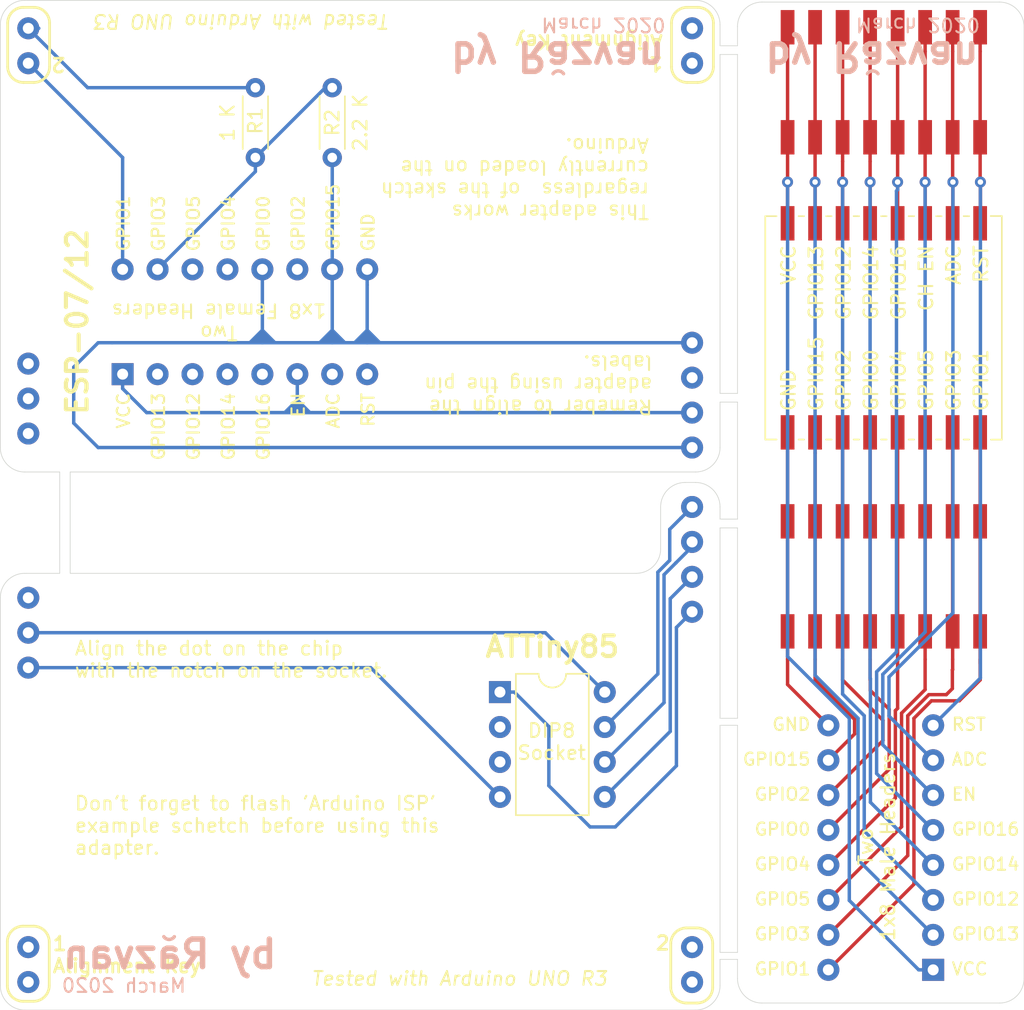
<source format=kicad_pcb>
(kicad_pcb (version 20171130) (host pcbnew "(5.1.5)-3")

  (general
    (thickness 1.6)
    (drawings 111)
    (tracks 194)
    (zones 0)
    (modules 8)
    (nets 28)
  )

  (page A4)
  (layers
    (0 F.Cu signal)
    (31 B.Cu signal)
    (32 B.Adhes user)
    (33 F.Adhes user)
    (34 B.Paste user)
    (35 F.Paste user)
    (36 B.SilkS user)
    (37 F.SilkS user)
    (38 B.Mask user)
    (39 F.Mask user)
    (40 Dwgs.User user)
    (41 Cmts.User user)
    (42 Eco1.User user)
    (43 Eco2.User user)
    (44 Edge.Cuts user)
    (45 Margin user)
    (46 B.CrtYd user)
    (47 F.CrtYd user)
    (48 B.Fab user)
    (49 F.Fab user)
  )

  (setup
    (last_trace_width 0.25)
    (trace_clearance 0.2)
    (zone_clearance 0.508)
    (zone_45_only no)
    (trace_min 0.2)
    (via_size 0.8)
    (via_drill 0.4)
    (via_min_size 0.4)
    (via_min_drill 0.3)
    (uvia_size 0.3)
    (uvia_drill 0.1)
    (uvias_allowed no)
    (uvia_min_size 0.2)
    (uvia_min_drill 0.1)
    (edge_width 0.05)
    (segment_width 0.2)
    (pcb_text_width 0.3)
    (pcb_text_size 1.5 1.5)
    (mod_edge_width 0.12)
    (mod_text_size 1 1)
    (mod_text_width 0.15)
    (pad_size 1.6 1.6)
    (pad_drill 0.8)
    (pad_to_mask_clearance 0.051)
    (solder_mask_min_width 0.25)
    (aux_axis_origin 0 0)
    (visible_elements 7FFFFF7F)
    (pcbplotparams
      (layerselection 0x010fc_ffffffff)
      (usegerberextensions false)
      (usegerberattributes false)
      (usegerberadvancedattributes false)
      (creategerberjobfile false)
      (excludeedgelayer true)
      (linewidth 0.100000)
      (plotframeref false)
      (viasonmask false)
      (mode 1)
      (useauxorigin false)
      (hpglpennumber 1)
      (hpglpenspeed 20)
      (hpglpendiameter 15.000000)
      (psnegative false)
      (psa4output false)
      (plotreference true)
      (plotvalue true)
      (plotinvisibletext false)
      (padsonsilk false)
      (subtractmaskfromsilk false)
      (outputformat 1)
      (mirror false)
      (drillshape 1)
      (scaleselection 1)
      (outputdirectory ""))
  )

  (net 0 "")
  (net 1 "Net-(A1-Pad16)")
  (net 2 "Net-(A1-Pad15)")
  (net 3 GND)
  (net 4 "Net-(A1-Pad4)")
  (net 5 "Net-(A2-Pad28)")
  (net 6 "Net-(A2-Pad27)")
  (net 7 "Net-(A2-Pad26)")
  (net 8 "Net-(A2-Pad25)")
  (net 9 "Net-(A2-Pad6)")
  (net 10 "Net-(A2-Pad5)")
  (net 11 "Net-(J1-Pad16)")
  (net 12 "Net-(J1-Pad1)")
  (net 13 "Net-(J1-Pad15)")
  (net 14 "Net-(J1-Pad2)")
  (net 15 "Net-(J1-Pad14)")
  (net 16 "Net-(J1-Pad3)")
  (net 17 "Net-(J1-Pad13)")
  (net 18 "Net-(J1-Pad4)")
  (net 19 "Net-(J1-Pad12)")
  (net 20 "Net-(J1-Pad5)")
  (net 21 "Net-(J1-Pad11)")
  (net 22 "Net-(J1-Pad6)")
  (net 23 "Net-(J1-Pad10)")
  (net 24 "Net-(J1-Pad7)")
  (net 25 "Net-(J1-Pad9)")
  (net 26 "Net-(J1-Pad8)")
  (net 27 "Net-(R1-Pad2)")

  (net_class Default "This is the default net class."
    (clearance 0.2)
    (trace_width 0.25)
    (via_dia 0.8)
    (via_drill 0.4)
    (uvia_dia 0.3)
    (uvia_drill 0.1)
    (add_net GND)
    (add_net "Net-(A1-Pad15)")
    (add_net "Net-(A1-Pad16)")
    (add_net "Net-(A1-Pad4)")
    (add_net "Net-(A2-Pad25)")
    (add_net "Net-(A2-Pad26)")
    (add_net "Net-(A2-Pad27)")
    (add_net "Net-(A2-Pad28)")
    (add_net "Net-(A2-Pad5)")
    (add_net "Net-(A2-Pad6)")
    (add_net "Net-(J1-Pad1)")
    (add_net "Net-(J1-Pad10)")
    (add_net "Net-(J1-Pad11)")
    (add_net "Net-(J1-Pad12)")
    (add_net "Net-(J1-Pad13)")
    (add_net "Net-(J1-Pad14)")
    (add_net "Net-(J1-Pad15)")
    (add_net "Net-(J1-Pad16)")
    (add_net "Net-(J1-Pad2)")
    (add_net "Net-(J1-Pad3)")
    (add_net "Net-(J1-Pad4)")
    (add_net "Net-(J1-Pad5)")
    (add_net "Net-(J1-Pad6)")
    (add_net "Net-(J1-Pad7)")
    (add_net "Net-(J1-Pad8)")
    (add_net "Net-(J1-Pad9)")
    (add_net "Net-(R1-Pad2)")
  )

  (module ArduinoUnoMultiProgrammerAdapters:ESP-07Socket (layer F.Cu) (tedit 5E6111D4) (tstamp 5E56485A)
    (at 161.8378 86.2936 270)
    (descr "Wi-Fi Module, http://wiki.ai-thinker.com/_media/esp8266/docs/a007ps01a2_esp-07_product_specification_v1.2.pdf")
    (tags "Wi-Fi Module")
    (path /5E55E49A/5E55E939)
    (attr smd)
    (fp_text reference U1 (at 0 -7.4295 90) (layer F.SilkS) hide
      (effects (font (size 1 1) (thickness 0.15)))
    )
    (fp_text value ESP-07 (at 0 11.7856 90) (layer F.Fab) hide
      (effects (font (size 1 1) (thickness 0.15)))
    )
    (fp_line (start 8.128 -6.477) (end -8.128 -6.477) (layer F.SilkS) (width 0.12))
    (fp_line (start 8.128 -5.6864) (end 8.128 -6.477) (layer F.SilkS) (width 0.12))
    (fp_line (start -8.128 -5.6642) (end -8.128 -6.477) (layer F.SilkS) (width 0.12))
    (fp_text user GPIO1 (at 3.81 -4.9675 90) (layer F.SilkS)
      (effects (font (size 1 1) (thickness 0.15)))
    )
    (fp_text user GPIO3 (at 3.81 -2.9675 90) (layer F.SilkS)
      (effects (font (size 1 1) (thickness 0.15)))
    )
    (fp_text user GPIO5 (at 3.81 -0.9675 90) (layer F.SilkS)
      (effects (font (size 1 1) (thickness 0.15)))
    )
    (fp_text user GPIO4 (at 3.81 1.0325 90) (layer F.SilkS)
      (effects (font (size 1 1) (thickness 0.15)))
    )
    (fp_text user GPIO0 (at 3.81 3.0325 90) (layer F.SilkS)
      (effects (font (size 1 1) (thickness 0.15)))
    )
    (fp_text user GPIO2 (at 3.81 5.0325 90) (layer F.SilkS)
      (effects (font (size 1 1) (thickness 0.15)))
    )
    (fp_text user GPIO15 (at 3.333809 7.0325 90) (layer F.SilkS)
      (effects (font (size 1 1) (thickness 0.15)))
    )
    (fp_text user GND (at 4.524285 9.0325 90) (layer F.SilkS)
      (effects (font (size 1 1) (thickness 0.15)))
    )
    (fp_text user VCC (at -4.564072 9.0325 90) (layer F.SilkS)
      (effects (font (size 1 1) (thickness 0.15)))
    )
    (fp_text user GPIO13 (at -3.278358 7.0325 90) (layer F.SilkS)
      (effects (font (size 1 1) (thickness 0.15)))
    )
    (fp_text user GPIO12 (at -3.278358 5.0325 90) (layer F.SilkS)
      (effects (font (size 1 1) (thickness 0.15)))
    )
    (fp_text user GPIO14 (at -3.278358 3.0325 90) (layer F.SilkS)
      (effects (font (size 1 1) (thickness 0.15)))
    )
    (fp_text user GPIO16 (at -3.278358 1.0325 90) (layer F.SilkS)
      (effects (font (size 1 1) (thickness 0.15)))
    )
    (fp_text user "CH EN" (at -3.611691 -0.9675 90) (layer F.SilkS)
      (effects (font (size 1 1) (thickness 0.15)))
    )
    (fp_text user ADC (at -4.564072 -2.9675 90) (layer F.SilkS)
      (effects (font (size 1 1) (thickness 0.15)))
    )
    (fp_text user RST (at -4.6355 -4.9675 90) (layer F.SilkS)
      (effects (font (size 1 1) (thickness 0.15)))
    )
    (fp_line (start -8.001 -6.35) (end 7.999 -6.35) (layer F.Fab) (width 0.1))
    (fp_line (start 8.001 -6.35) (end 8 10.6) (layer F.Fab) (width 0.1))
    (fp_line (start 8 10.6) (end -8 10.6) (layer F.Fab) (width 0.1))
    (fp_line (start -8 10.6) (end -8 -4.4) (layer F.Fab) (width 0.1))
    (fp_line (start -8 -4.65) (end -7.5 -5.15) (layer F.Fab) (width 0.1))
    (fp_line (start -7.5 -4.65) (end -8 -5.15) (layer F.Fab) (width 0.1))
    (fp_line (start -8 -5.4) (end -8.001 -6.35) (layer F.Fab) (width 0.1))
    (fp_line (start -9.0932 -6.604) (end 9.1068 -6.604) (layer F.CrtYd) (width 0.05))
    (fp_line (start 9.1068 -6.604) (end 9.1 10.85) (layer F.CrtYd) (width 0.05))
    (fp_line (start 9.1 10.85) (end -9.1 10.85) (layer F.CrtYd) (width 0.05))
    (fp_line (start -9.1 10.85) (end -9.0932 -6.604) (layer F.CrtYd) (width 0.05))
    (fp_line (start 8.12 9.9) (end 8.12 10.72) (layer F.SilkS) (width 0.12))
    (fp_line (start 8.12 10.72) (end -8.12 10.72) (layer F.SilkS) (width 0.12))
    (fp_line (start -8.12 10.72) (end -8.12 9.9) (layer F.SilkS) (width 0.12))
    (fp_line (start -8.12 8.3) (end -8.12 7.9) (layer F.SilkS) (width 0.12))
    (fp_line (start 8.12 8.3) (end 8.12 7.9) (layer F.SilkS) (width 0.12))
    (fp_line (start -8.12 6.3) (end -8.12 5.9) (layer F.SilkS) (width 0.12))
    (fp_line (start 8.12 6.3) (end 8.12 5.9) (layer F.SilkS) (width 0.12))
    (fp_line (start -8.12 4.3) (end -8.12 3.9) (layer F.SilkS) (width 0.12))
    (fp_line (start 8.12 4.3) (end 8.12 3.9) (layer F.SilkS) (width 0.12))
    (fp_line (start -8.12 2.3) (end -8.12 1.9) (layer F.SilkS) (width 0.12))
    (fp_line (start 8.12 2.3) (end 8.12 1.9) (layer F.SilkS) (width 0.12))
    (fp_line (start -8.12 0.3) (end -8.12 -0.1) (layer F.SilkS) (width 0.12))
    (fp_line (start 8.12 0.3) (end 8.12 -0.1) (layer F.SilkS) (width 0.12))
    (fp_line (start -8.12 -1.7) (end -8.12 -2.1) (layer F.SilkS) (width 0.12))
    (fp_line (start 8.12 -1.7) (end 8.12 -2.1) (layer F.SilkS) (width 0.12))
    (fp_line (start -8.12 -3.7) (end -8.12 -4.1) (layer F.SilkS) (width 0.12))
    (fp_line (start 8.12 -3.7) (end 8.12 -4.1) (layer F.SilkS) (width 0.12))
    (pad 10 smd rect (at 22.068 7.1 270) (size 2.5 1) (layers F.Cu F.Paste F.Mask)
      (net 23 "Net-(J1-Pad10)"))
    (pad 9 smd rect (at 22.068 9.1 270) (size 2.5 1) (layers F.Cu F.Paste F.Mask)
      (net 25 "Net-(J1-Pad9)"))
    (pad 11 smd rect (at 22.068 5.1 270) (size 2.5 1) (layers F.Cu F.Paste F.Mask)
      (net 21 "Net-(J1-Pad11)"))
    (pad 15 smd rect (at 22.068 -2.9 270) (size 2.5 1) (layers F.Cu F.Paste F.Mask)
      (net 13 "Net-(J1-Pad15)"))
    (pad 16 smd rect (at 22.068 -4.9 270) (size 2.5 1) (layers F.Cu F.Paste F.Mask)
      (net 11 "Net-(J1-Pad16)"))
    (pad 14 smd rect (at 22.068 -0.9 270) (size 2.5 1) (layers F.Cu F.Paste F.Mask)
      (net 15 "Net-(J1-Pad14)"))
    (pad 13 smd rect (at 22.068 1.1 270) (size 2.5 1) (layers F.Cu F.Paste F.Mask)
      (net 17 "Net-(J1-Pad13)"))
    (pad 12 smd rect (at 22.068 3.1 270) (size 2.5 1) (layers F.Cu F.Paste F.Mask)
      (net 19 "Net-(J1-Pad12)"))
    (pad 9 smd rect (at 14.068 9.1 270) (size 2.5 1) (layers F.Cu F.Paste F.Mask)
      (net 25 "Net-(J1-Pad9)"))
    (pad 14 smd rect (at 14.068 -0.9 270) (size 2.5 1) (layers F.Cu F.Paste F.Mask)
      (net 15 "Net-(J1-Pad14)"))
    (pad 10 smd rect (at 14.068 7.1 270) (size 2.5 1) (layers F.Cu F.Paste F.Mask)
      (net 23 "Net-(J1-Pad10)"))
    (pad 11 smd rect (at 14.068 5.1 270) (size 2.5 1) (layers F.Cu F.Paste F.Mask)
      (net 21 "Net-(J1-Pad11)"))
    (pad 12 smd rect (at 14.068 3.1 270) (size 2.5 1) (layers F.Cu F.Paste F.Mask)
      (net 19 "Net-(J1-Pad12)"))
    (pad 15 smd rect (at 14.068 -2.9 270) (size 2.5 1) (layers F.Cu F.Paste F.Mask)
      (net 13 "Net-(J1-Pad15)"))
    (pad 16 smd rect (at 14.068 -4.9 270) (size 2.5 1) (layers F.Cu F.Paste F.Mask)
      (net 11 "Net-(J1-Pad16)"))
    (pad 13 smd rect (at 14.068 1.1 270) (size 2.5 1) (layers F.Cu F.Paste F.Mask)
      (net 17 "Net-(J1-Pad13)"))
    (pad 4 smd rect (at -21.854 1.1 270) (size 2.5 1) (layers F.Cu F.Paste F.Mask)
      (net 18 "Net-(J1-Pad4)"))
    (pad 5 smd rect (at -21.854 3.1 270) (size 2.5 1) (layers F.Cu F.Paste F.Mask)
      (net 20 "Net-(J1-Pad5)"))
    (pad 1 smd rect (at -21.854 -4.9 270) (size 2.5 1) (layers F.Cu F.Paste F.Mask)
      (net 12 "Net-(J1-Pad1)"))
    (pad 6 smd rect (at -21.854 5.1 270) (size 2.5 1) (layers F.Cu F.Paste F.Mask)
      (net 22 "Net-(J1-Pad6)"))
    (pad 2 smd rect (at -21.854 -2.9 270) (size 2.5 1) (layers F.Cu F.Paste F.Mask)
      (net 14 "Net-(J1-Pad2)"))
    (pad 8 smd rect (at -21.854 9.1 270) (size 2.5 1) (layers F.Cu F.Paste F.Mask)
      (net 26 "Net-(J1-Pad8)"))
    (pad 3 smd rect (at -21.854 -0.9 270) (size 2.5 1) (layers F.Cu F.Paste F.Mask)
      (net 16 "Net-(J1-Pad3)"))
    (pad 7 smd rect (at -21.854 7.1 270) (size 2.5 1) (layers F.Cu F.Paste F.Mask)
      (net 24 "Net-(J1-Pad7)"))
    (pad 1 smd rect (at -13.854 -4.9 270) (size 2.5 1) (layers F.Cu F.Paste F.Mask)
      (net 12 "Net-(J1-Pad1)"))
    (pad 3 smd rect (at -13.854 -0.9 270) (size 2.5 1) (layers F.Cu F.Paste F.Mask)
      (net 16 "Net-(J1-Pad3)"))
    (pad 7 smd rect (at -13.854 7.1 270) (size 2.5 1) (layers F.Cu F.Paste F.Mask)
      (net 24 "Net-(J1-Pad7)"))
    (pad 2 smd rect (at -13.854 -2.9 270) (size 2.5 1) (layers F.Cu F.Paste F.Mask)
      (net 14 "Net-(J1-Pad2)"))
    (pad 4 smd rect (at -13.854 1.1 270) (size 2.5 1) (layers F.Cu F.Paste F.Mask)
      (net 18 "Net-(J1-Pad4)"))
    (pad 5 smd rect (at -13.854 3.1 270) (size 2.5 1) (layers F.Cu F.Paste F.Mask)
      (net 20 "Net-(J1-Pad5)"))
    (pad 6 smd rect (at -13.854 5.1 270) (size 2.5 1) (layers F.Cu F.Paste F.Mask)
      (net 22 "Net-(J1-Pad6)"))
    (pad 8 smd rect (at -13.854 9.1 270) (size 2.5 1) (layers F.Cu F.Paste F.Mask)
      (net 26 "Net-(J1-Pad8)"))
    (pad 1 smd rect (at -7.6 -4.9 270) (size 2.5 1) (layers F.Cu F.Paste F.Mask)
      (net 12 "Net-(J1-Pad1)"))
    (pad 2 smd rect (at -7.6 -2.9 270) (size 2.5 1) (layers F.Cu F.Paste F.Mask)
      (net 14 "Net-(J1-Pad2)"))
    (pad 3 smd rect (at -7.6 -0.9 270) (size 2.5 1) (layers F.Cu F.Paste F.Mask)
      (net 16 "Net-(J1-Pad3)"))
    (pad 4 smd rect (at -7.6 1.1 270) (size 2.5 1) (layers F.Cu F.Paste F.Mask)
      (net 18 "Net-(J1-Pad4)"))
    (pad 5 smd rect (at -7.6 3.1 270) (size 2.5 1) (layers F.Cu F.Paste F.Mask)
      (net 20 "Net-(J1-Pad5)"))
    (pad 6 smd rect (at -7.6 5.1 270) (size 2.5 1) (layers F.Cu F.Paste F.Mask)
      (net 22 "Net-(J1-Pad6)"))
    (pad 7 smd rect (at -7.6 7.1 270) (size 2.5 1) (layers F.Cu F.Paste F.Mask)
      (net 24 "Net-(J1-Pad7)"))
    (pad 8 smd rect (at -7.6 9.1 270) (size 2.5 1) (layers F.Cu F.Paste F.Mask)
      (net 26 "Net-(J1-Pad8)"))
    (pad 9 smd rect (at 7.6 9.1 270) (size 2.5 1) (layers F.Cu F.Paste F.Mask)
      (net 25 "Net-(J1-Pad9)"))
    (pad 10 smd rect (at 7.6 7.1 270) (size 2.5 1) (layers F.Cu F.Paste F.Mask)
      (net 23 "Net-(J1-Pad10)"))
    (pad 11 smd rect (at 7.6 5.1 270) (size 2.5 1) (layers F.Cu F.Paste F.Mask)
      (net 21 "Net-(J1-Pad11)"))
    (pad 12 smd rect (at 7.6 3.1 270) (size 2.5 1) (layers F.Cu F.Paste F.Mask)
      (net 19 "Net-(J1-Pad12)"))
    (pad 13 smd rect (at 7.6 1.1 270) (size 2.5 1) (layers F.Cu F.Paste F.Mask)
      (net 17 "Net-(J1-Pad13)"))
    (pad 14 smd rect (at 7.6 -0.9 270) (size 2.5 1) (layers F.Cu F.Paste F.Mask)
      (net 15 "Net-(J1-Pad14)"))
    (pad 15 smd rect (at 7.6 -2.9 270) (size 2.5 1) (layers F.Cu F.Paste F.Mask)
      (net 13 "Net-(J1-Pad15)"))
    (pad 16 smd rect (at 7.6 -4.9 270) (size 2.5 1) (layers F.Cu F.Paste F.Mask)
      (net 11 "Net-(J1-Pad16)"))
    (model ${KISYS3DMOD}/RF_Module.3dshapes/ESP-07.wrl
      (at (xyz 0 0 0))
      (scale (xyz 1 1 1))
      (rotate (xyz 0 0 0))
    )
  )

  (module ArduinoUnoMultiProgrammerAdapters:Arduino_UNO_R3_Headers (layer F.Cu) (tedit 5E6087D4) (tstamp 5E607BFB)
    (at 122.9868 95.631 180)
    (descr "Arduino UNO R3, http://www.mouser.com/pdfdocs/Gravitech_Arduino_Nano3_0.pdf")
    (tags "Arduino UNO R3")
    (path /5E55E560/5E57715C)
    (fp_text reference A1 (at 0.0254 -16.129) (layer F.SilkS) hide
      (effects (font (size 1 1) (thickness 0.15)))
    )
    (fp_text value Arduino_UNO_R3 (at -0.1524 -14.4526 180) (layer F.Fab) hide
      (effects (font (size 1 1) (thickness 0.15)))
    )
    (pad 16 thru_hole oval (at 25.4508 28.575 180) (size 1.6 1.6) (drill 0.8) (layers *.Cu *.Mask)
      (net 1 "Net-(A1-Pad16)"))
    (pad 15 thru_hole oval (at 25.4508 31.115 180) (size 1.6 1.6) (drill 0.8) (layers *.Cu *.Mask)
      (net 2 "Net-(A1-Pad15)"))
    (pad 14 thru_hole oval (at -22.8092 31.115 180) (size 1.6 1.6) (drill 0.8) (layers *.Cu *.Mask))
    (pad 13 thru_hole oval (at -22.8092 28.575 180) (size 1.6 1.6) (drill 0.8) (layers *.Cu *.Mask))
    (pad 26 thru_hole oval (at 25.4508 1.655 180) (size 1.6 1.6) (drill 0.8) (layers *.Cu *.Mask))
    (pad 25 thru_hole oval (at 25.4508 4.195 180) (size 1.6 1.6) (drill 0.8) (layers *.Cu *.Mask))
    (pad 24 thru_hole oval (at 25.4508 6.735 180) (size 1.6 1.6) (drill 0.8) (layers *.Cu *.Mask))
    (pad 6 thru_hole oval (at -22.8092 8.255 180) (size 1.6 1.6) (drill 0.8) (layers *.Cu *.Mask)
      (net 3 GND))
    (pad 5 thru_hole oval (at -22.8092 5.715 180) (size 1.6 1.6) (drill 0.8) (layers *.Cu *.Mask))
    (pad 4 thru_hole oval (at -22.8092 3.175 180) (size 1.6 1.6) (drill 0.8) (layers *.Cu *.Mask)
      (net 4 "Net-(A1-Pad4)"))
    (pad 3 thru_hole oval (at -22.8092 0.635 180) (size 1.6 1.6) (drill 0.8) (layers *.Cu *.Mask)
      (net 3 GND))
    (model ${KISYS3DMOD}/Module.3dshapes/Arduino_UNO_R3.wrl
      (at (xyz 0 0 0))
      (scale (xyz 1 1 1))
      (rotate (xyz 0 0 0))
    )
  )

  (module ArduinoUnoMultiProgrammerAdapters:Arduino_UNO_R3_Headers (layer F.Cu) (tedit 5E607874) (tstamp 5E5AA731)
    (at 120.3452 102.743)
    (descr "Arduino UNO R3, http://www.mouser.com/pdfdocs/Gravitech_Arduino_Nano3_0.pdf")
    (tags "Arduino UNO R3")
    (path /5E55E6EE/5E591723)
    (fp_text reference A2 (at 0.0254 -16.129 180) (layer F.SilkS) hide
      (effects (font (size 1 1) (thickness 0.15)))
    )
    (fp_text value Arduino_UNO_R3 (at -0.1524 -14.4526) (layer F.Fab) hide
      (effects (font (size 1 1) (thickness 0.15)))
    )
    (pad 4 thru_hole oval (at -22.8092 3.175) (size 1.6 1.6) (drill 0.8) (layers *.Cu *.Mask))
    (pad 5 thru_hole oval (at -22.8092 5.715) (size 1.6 1.6) (drill 0.8) (layers *.Cu *.Mask)
      (net 10 "Net-(A2-Pad5)"))
    (pad 6 thru_hole oval (at -22.8092 8.255) (size 1.6 1.6) (drill 0.8) (layers *.Cu *.Mask)
      (net 9 "Net-(A2-Pad6)"))
    (pad 25 thru_hole oval (at 25.4508 4.195) (size 1.6 1.6) (drill 0.8) (layers *.Cu *.Mask)
      (net 8 "Net-(A2-Pad25)"))
    (pad 26 thru_hole oval (at 25.4508 1.655) (size 1.6 1.6) (drill 0.8) (layers *.Cu *.Mask)
      (net 7 "Net-(A2-Pad26)"))
    (pad 27 thru_hole oval (at 25.4508 -0.885) (size 1.6 1.6) (drill 0.8) (layers *.Cu *.Mask)
      (net 6 "Net-(A2-Pad27)"))
    (pad 28 thru_hole oval (at 25.4508 -3.425) (size 1.6 1.6) (drill 0.8) (layers *.Cu *.Mask)
      (net 5 "Net-(A2-Pad28)"))
    (pad 13 thru_hole oval (at -22.8092 28.575) (size 1.6 1.6) (drill 0.8) (layers *.Cu *.Mask))
    (pad 14 thru_hole oval (at -22.8092 31.115) (size 1.6 1.6) (drill 0.8) (layers *.Cu *.Mask))
    (pad 15 thru_hole oval (at 25.4508 31.115) (size 1.6 1.6) (drill 0.8) (layers *.Cu *.Mask))
    (pad 16 thru_hole oval (at 25.4508 28.575) (size 1.6 1.6) (drill 0.8) (layers *.Cu *.Mask))
    (model ${KISYS3DMOD}/Module.3dshapes/Arduino_UNO_R3.wrl
      (at (xyz 0 0 0))
      (scale (xyz 1 1 1))
      (rotate (xyz 0 0 0))
    )
  )

  (module Package_DIP:DIP-8_W7.62mm (layer F.Cu) (tedit 5A02E8C5) (tstamp 5E5AA6D8)
    (at 131.826 112.776)
    (descr "8-lead though-hole mounted DIP package, row spacing 7.62 mm (300 mils)")
    (tags "THT DIP DIL PDIP 2.54mm 7.62mm 300mil")
    (path /5E55E6EE/5E594A0C)
    (fp_text reference U3 (at 3.81 -2.33) (layer F.SilkS) hide
      (effects (font (size 1 1) (thickness 0.15)))
    )
    (fp_text value ATtiny85-20PU (at 3.81 9.95) (layer F.Fab) hide
      (effects (font (size 1 1) (thickness 0.15)))
    )
    (fp_text user %R (at 3.81 3.81) (layer F.Fab) hide
      (effects (font (size 1 1) (thickness 0.15)))
    )
    (fp_line (start 8.7 -1.55) (end -1.1 -1.55) (layer F.CrtYd) (width 0.05))
    (fp_line (start 8.7 9.15) (end 8.7 -1.55) (layer F.CrtYd) (width 0.05))
    (fp_line (start -1.1 9.15) (end 8.7 9.15) (layer F.CrtYd) (width 0.05))
    (fp_line (start -1.1 -1.55) (end -1.1 9.15) (layer F.CrtYd) (width 0.05))
    (fp_line (start 6.46 -1.33) (end 4.81 -1.33) (layer F.SilkS) (width 0.12))
    (fp_line (start 6.46 8.95) (end 6.46 -1.33) (layer F.SilkS) (width 0.12))
    (fp_line (start 1.16 8.95) (end 6.46 8.95) (layer F.SilkS) (width 0.12))
    (fp_line (start 1.16 -1.33) (end 1.16 8.95) (layer F.SilkS) (width 0.12))
    (fp_line (start 2.81 -1.33) (end 1.16 -1.33) (layer F.SilkS) (width 0.12))
    (fp_line (start 0.635 -0.27) (end 1.635 -1.27) (layer F.Fab) (width 0.1))
    (fp_line (start 0.635 8.89) (end 0.635 -0.27) (layer F.Fab) (width 0.1))
    (fp_line (start 6.985 8.89) (end 0.635 8.89) (layer F.Fab) (width 0.1))
    (fp_line (start 6.985 -1.27) (end 6.985 8.89) (layer F.Fab) (width 0.1))
    (fp_line (start 1.635 -1.27) (end 6.985 -1.27) (layer F.Fab) (width 0.1))
    (fp_arc (start 3.81 -1.33) (end 2.81 -1.33) (angle -180) (layer F.SilkS) (width 0.12))
    (pad 8 thru_hole oval (at 7.62 0) (size 1.6 1.6) (drill 0.8) (layers *.Cu *.Mask)
      (net 10 "Net-(A2-Pad5)"))
    (pad 4 thru_hole oval (at 0 7.62) (size 1.6 1.6) (drill 0.8) (layers *.Cu *.Mask)
      (net 9 "Net-(A2-Pad6)"))
    (pad 7 thru_hole oval (at 7.62 2.54) (size 1.6 1.6) (drill 0.8) (layers *.Cu *.Mask)
      (net 5 "Net-(A2-Pad28)"))
    (pad 3 thru_hole oval (at 0 5.08) (size 1.6 1.6) (drill 0.8) (layers *.Cu *.Mask))
    (pad 6 thru_hole oval (at 7.62 5.08) (size 1.6 1.6) (drill 0.8) (layers *.Cu *.Mask)
      (net 6 "Net-(A2-Pad27)"))
    (pad 2 thru_hole oval (at 0 2.54) (size 1.6 1.6) (drill 0.8) (layers *.Cu *.Mask))
    (pad 5 thru_hole oval (at 7.62 7.62) (size 1.6 1.6) (drill 0.8) (layers *.Cu *.Mask)
      (net 7 "Net-(A2-Pad26)"))
    (pad 1 thru_hole rect (at 0 0) (size 1.6 1.6) (drill 0.8) (layers *.Cu *.Mask)
      (net 8 "Net-(A2-Pad25)"))
  )

  (module ArduinoUnoMultiProgrammerAdapters:ESP07BreaboardSocket (layer F.Cu) (tedit 5E52A737) (tstamp 5E564882)
    (at 114.7826 85.8266 270)
    (descr "16-lead though-hole mounted DIP package, row spacing 7.62 mm (300 mils)")
    (tags "THT DIP DIL PDIP 2.54mm 7.62mm 300mil")
    (path /5E55E560/5E57957D)
    (fp_text reference U2 (at 0.3302 0.0762 270) (layer F.SilkS) hide
      (effects (font (size 1 1) (thickness 0.15)))
    )
    (fp_text value ESP-07 (at 0.0762 13.2842 270) (layer F.Fab) hide
      (effects (font (size 1 1) (thickness 0.15)))
    )
    (fp_text user GPIO1 (at -7.119857 10.3241 90) (layer F.SilkS)
      (effects (font (size 0.9 0.9) (thickness 0.15)))
    )
    (fp_text user GPIO3 (at -7.119857 7.7841 90) (layer F.SilkS)
      (effects (font (size 0.9 0.9) (thickness 0.15)))
    )
    (fp_text user GPIO5 (at -7.119857 5.2441 90) (layer F.SilkS)
      (effects (font (size 0.9 0.9) (thickness 0.15)))
    )
    (fp_text user GPIO4 (at -7.119857 2.7041 90) (layer F.SilkS)
      (effects (font (size 0.9 0.9) (thickness 0.15)))
    )
    (fp_text user GPIO0 (at -7.119857 0.1641 90) (layer F.SilkS)
      (effects (font (size 0.9 0.9) (thickness 0.15)))
    )
    (fp_text user GPIO2 (at -7.119857 -2.3759 90) (layer F.SilkS)
      (effects (font (size 0.9 0.9) (thickness 0.15)))
    )
    (fp_text user GPIO15 (at -7.548428 -4.9159 90) (layer F.SilkS)
      (effects (font (size 0.9 0.9) (thickness 0.15)))
    )
    (fp_text user GND (at -6.477 -7.4559 90) (layer F.SilkS)
      (effects (font (size 0.9 0.9) (thickness 0.15)))
    )
    (fp_text user RST (at 6.4262 -7.4559 90) (layer F.SilkS)
      (effects (font (size 0.9 0.9) (thickness 0.15)))
    )
    (fp_text user ADC (at 6.490486 -4.9159 90) (layer F.SilkS)
      (effects (font (size 0.9 0.9) (thickness 0.15)))
    )
    (fp_text user EN (at 6.083343 -2.3759 90) (layer F.SilkS)
      (effects (font (size 0.9 0.9) (thickness 0.15)))
    )
    (fp_text user GPIO16 (at 7.647629 0.1641 90) (layer F.SilkS)
      (effects (font (size 0.9 0.9) (thickness 0.15)))
    )
    (fp_text user GPIO14 (at 7.647629 2.7041 90) (layer F.SilkS)
      (effects (font (size 0.9 0.9) (thickness 0.15)))
    )
    (fp_text user GPIO12 (at 7.647629 5.2441 90) (layer F.SilkS)
      (effects (font (size 0.9 0.9) (thickness 0.15)))
    )
    (fp_text user GPIO13 (at 7.647629 7.7841 90) (layer F.SilkS)
      (effects (font (size 0.9 0.9) (thickness 0.15)))
    )
    (fp_text user VCC (at 6.490486 10.3241 90) (layer F.SilkS)
      (effects (font (size 0.9 0.9) (thickness 0.15)))
    )
    (fp_line (start -4.8646 11.9386) (end 4.9354 11.9386) (layer F.CrtYd) (width 0.05))
    (fp_line (start -4.8646 -8.9114) (end -4.8646 11.9386) (layer F.CrtYd) (width 0.05))
    (fp_line (start 4.9354 -8.9114) (end -4.8646 -8.9114) (layer F.CrtYd) (width 0.05))
    (fp_line (start 4.9354 11.9386) (end 4.9354 -8.9114) (layer F.CrtYd) (width 0.05))
    (pad 16 thru_hole oval (at -3.7846 10.3886 90) (size 1.6 1.6) (drill 0.8) (layers *.Cu *.Mask)
      (net 1 "Net-(A1-Pad16)"))
    (pad 1 thru_hole oval (at 3.8354 -7.3914 90) (size 1.6 1.6) (drill 0.8) (layers *.Cu *.Mask))
    (pad 15 thru_hole oval (at -3.7846 7.8486 90) (size 1.6 1.6) (drill 0.8) (layers *.Cu *.Mask)
      (net 27 "Net-(R1-Pad2)"))
    (pad 2 thru_hole oval (at 3.8354 -4.8514 90) (size 1.6 1.6) (drill 0.8) (layers *.Cu *.Mask))
    (pad 14 thru_hole oval (at -3.7846 5.3086 90) (size 1.6 1.6) (drill 0.8) (layers *.Cu *.Mask))
    (pad 3 thru_hole oval (at 3.8354 -2.3114 90) (size 1.6 1.6) (drill 0.8) (layers *.Cu *.Mask)
      (net 4 "Net-(A1-Pad4)"))
    (pad 13 thru_hole oval (at -3.7846 2.7686 90) (size 1.6 1.6) (drill 0.8) (layers *.Cu *.Mask))
    (pad 4 thru_hole oval (at 3.8354 0.2286 90) (size 1.6 1.6) (drill 0.8) (layers *.Cu *.Mask))
    (pad 12 thru_hole oval (at -3.7846 0.2286 90) (size 1.6 1.6) (drill 0.8) (layers *.Cu *.Mask)
      (net 3 GND))
    (pad 5 thru_hole oval (at 3.8354 2.7686 90) (size 1.6 1.6) (drill 0.8) (layers *.Cu *.Mask))
    (pad 11 thru_hole oval (at -3.7846 -2.3114 90) (size 1.6 1.6) (drill 0.8) (layers *.Cu *.Mask))
    (pad 6 thru_hole oval (at 3.8354 5.3086 90) (size 1.6 1.6) (drill 0.8) (layers *.Cu *.Mask))
    (pad 10 thru_hole oval (at -3.7846 -4.8514 90) (size 1.6 1.6) (drill 0.8) (layers *.Cu *.Mask)
      (net 3 GND))
    (pad 7 thru_hole oval (at 3.8354 7.8486 90) (size 1.6 1.6) (drill 0.8) (layers *.Cu *.Mask))
    (pad 9 thru_hole oval (at -3.7846 -7.3914 90) (size 1.6 1.6) (drill 0.8) (layers *.Cu *.Mask)
      (net 3 GND))
    (pad 8 thru_hole rect (at 3.8354 10.3886 180) (size 1.6 1.6) (drill 0.8) (layers *.Cu *.Mask)
      (net 4 "Net-(A1-Pad4)"))
  )

  (module Resistor_THT:R_Axial_DIN0204_L3.6mm_D1.6mm_P5.08mm_Horizontal (layer F.Cu) (tedit 5AE5139B) (tstamp 5E573A95)
    (at 119.634 68.834 270)
    (descr "Resistor, Axial_DIN0204 series, Axial, Horizontal, pin pitch=5.08mm, 0.167W, length*diameter=3.6*1.6mm^2, http://cdn-reichelt.de/documents/datenblatt/B400/1_4W%23YAG.pdf")
    (tags "Resistor Axial_DIN0204 series Axial Horizontal pin pitch 5.08mm 0.167W length 3.6mm diameter 1.6mm")
    (path /5E55E560/5E5809D3)
    (fp_text reference R2 (at 2.54 0 90) (layer F.SilkS)
      (effects (font (size 1 1) (thickness 0.15)))
    )
    (fp_text value "2.2 K" (at 2.54 -2.032 270) (layer F.SilkS)
      (effects (font (size 1 1) (thickness 0.15)))
    )
    (fp_text user %R (at 2.54 0 90) (layer F.Fab)
      (effects (font (size 0.72 0.72) (thickness 0.108)))
    )
    (fp_line (start 6.03 -1.05) (end -0.95 -1.05) (layer F.CrtYd) (width 0.05))
    (fp_line (start 6.03 1.05) (end 6.03 -1.05) (layer F.CrtYd) (width 0.05))
    (fp_line (start -0.95 1.05) (end 6.03 1.05) (layer F.CrtYd) (width 0.05))
    (fp_line (start -0.95 -1.05) (end -0.95 1.05) (layer F.CrtYd) (width 0.05))
    (fp_line (start 0.62 0.92) (end 4.46 0.92) (layer F.SilkS) (width 0.12))
    (fp_line (start 0.62 -0.92) (end 4.46 -0.92) (layer F.SilkS) (width 0.12))
    (fp_line (start 5.08 0) (end 4.34 0) (layer F.Fab) (width 0.1))
    (fp_line (start 0 0) (end 0.74 0) (layer F.Fab) (width 0.1))
    (fp_line (start 4.34 -0.8) (end 0.74 -0.8) (layer F.Fab) (width 0.1))
    (fp_line (start 4.34 0.8) (end 4.34 -0.8) (layer F.Fab) (width 0.1))
    (fp_line (start 0.74 0.8) (end 4.34 0.8) (layer F.Fab) (width 0.1))
    (fp_line (start 0.74 -0.8) (end 0.74 0.8) (layer F.Fab) (width 0.1))
    (pad 2 thru_hole oval (at 5.08 0 270) (size 1.4 1.4) (drill 0.7) (layers *.Cu *.Mask)
      (net 3 GND))
    (pad 1 thru_hole circle (at 0 0 270) (size 1.4 1.4) (drill 0.7) (layers *.Cu *.Mask)
      (net 27 "Net-(R1-Pad2)"))
    (model ${KISYS3DMOD}/Resistor_THT.3dshapes/R_Axial_DIN0204_L3.6mm_D1.6mm_P5.08mm_Horizontal.wrl
      (at (xyz 0 0 0))
      (scale (xyz 1 1 1))
      (rotate (xyz 0 0 0))
    )
  )

  (module Resistor_THT:R_Axial_DIN0204_L3.6mm_D1.6mm_P5.08mm_Horizontal (layer F.Cu) (tedit 5AE5139B) (tstamp 5E609139)
    (at 114.046 68.834 270)
    (descr "Resistor, Axial_DIN0204 series, Axial, Horizontal, pin pitch=5.08mm, 0.167W, length*diameter=3.6*1.6mm^2, http://cdn-reichelt.de/documents/datenblatt/B400/1_4W%23YAG.pdf")
    (tags "Resistor Axial_DIN0204 series Axial Horizontal pin pitch 5.08mm 0.167W length 3.6mm diameter 1.6mm")
    (path /5E55E560/5E580286)
    (fp_text reference R1 (at 2.413 0 90) (layer F.SilkS)
      (effects (font (size 1 1) (thickness 0.15)))
    )
    (fp_text value "1 K" (at 2.54 2.032 90) (layer F.SilkS)
      (effects (font (size 1 1) (thickness 0.15)))
    )
    (fp_text user %R (at 2.286 0 90) (layer F.Fab)
      (effects (font (size 0.72 0.72) (thickness 0.108)))
    )
    (fp_line (start 6.03 -1.05) (end -0.95 -1.05) (layer F.CrtYd) (width 0.05))
    (fp_line (start 6.03 1.05) (end 6.03 -1.05) (layer F.CrtYd) (width 0.05))
    (fp_line (start -0.95 1.05) (end 6.03 1.05) (layer F.CrtYd) (width 0.05))
    (fp_line (start -0.95 -1.05) (end -0.95 1.05) (layer F.CrtYd) (width 0.05))
    (fp_line (start 0.62 0.92) (end 4.46 0.92) (layer F.SilkS) (width 0.12))
    (fp_line (start 0.62 -0.92) (end 4.46 -0.92) (layer F.SilkS) (width 0.12))
    (fp_line (start 5.08 0) (end 4.34 0) (layer F.Fab) (width 0.1))
    (fp_line (start 0 0) (end 0.74 0) (layer F.Fab) (width 0.1))
    (fp_line (start 4.34 -0.8) (end 0.74 -0.8) (layer F.Fab) (width 0.1))
    (fp_line (start 4.34 0.8) (end 4.34 -0.8) (layer F.Fab) (width 0.1))
    (fp_line (start 0.74 0.8) (end 4.34 0.8) (layer F.Fab) (width 0.1))
    (fp_line (start 0.74 -0.8) (end 0.74 0.8) (layer F.Fab) (width 0.1))
    (pad 2 thru_hole oval (at 5.08 0 270) (size 1.4 1.4) (drill 0.7) (layers *.Cu *.Mask)
      (net 27 "Net-(R1-Pad2)"))
    (pad 1 thru_hole circle (at 0 0 270) (size 1.4 1.4) (drill 0.7) (layers *.Cu *.Mask)
      (net 2 "Net-(A1-Pad15)"))
    (model ${KISYS3DMOD}/Resistor_THT.3dshapes/R_Axial_DIN0204_L3.6mm_D1.6mm_P5.08mm_Horizontal.wrl
      (at (xyz 0 0 0))
      (scale (xyz 1 1 1))
      (rotate (xyz 0 0 0))
    )
  )

  (module ArduinoUnoMultiProgrammerAdapters:ESP07BreaboardSocket (layer F.Cu) (tedit 5E52A737) (tstamp 5E5647D1)
    (at 159.4866 122.5804)
    (descr "16-lead though-hole mounted DIP package, row spacing 7.62 mm (300 mils)")
    (tags "THT DIP DIL PDIP 2.54mm 7.62mm 300mil")
    (path /5E55E49A/5E560D69)
    (fp_text reference J1 (at 0.3302 0.0762 180) (layer F.SilkS) hide
      (effects (font (size 1 1) (thickness 0.15)))
    )
    (fp_text value Conn_02x08_Counter_Clockwise (at 0.0762 13.2842 180) (layer F.Fab) hide
      (effects (font (size 1 1) (thickness 0.15)))
    )
    (fp_text user GPIO1 (at -7.119857 10.3241) (layer F.SilkS)
      (effects (font (size 0.9 0.9) (thickness 0.15)))
    )
    (fp_text user GPIO3 (at -7.119857 7.7841) (layer F.SilkS)
      (effects (font (size 0.9 0.9) (thickness 0.15)))
    )
    (fp_text user GPIO5 (at -7.119857 5.2441) (layer F.SilkS)
      (effects (font (size 0.9 0.9) (thickness 0.15)))
    )
    (fp_text user GPIO4 (at -7.119857 2.7041) (layer F.SilkS)
      (effects (font (size 0.9 0.9) (thickness 0.15)))
    )
    (fp_text user GPIO0 (at -7.119857 0.1641) (layer F.SilkS)
      (effects (font (size 0.9 0.9) (thickness 0.15)))
    )
    (fp_text user GPIO2 (at -7.119857 -2.3759) (layer F.SilkS)
      (effects (font (size 0.9 0.9) (thickness 0.15)))
    )
    (fp_text user GPIO15 (at -7.548428 -4.9159) (layer F.SilkS)
      (effects (font (size 0.9 0.9) (thickness 0.15)))
    )
    (fp_text user GND (at -6.477 -7.4559) (layer F.SilkS)
      (effects (font (size 0.9 0.9) (thickness 0.15)))
    )
    (fp_text user RST (at 6.4262 -7.4559) (layer F.SilkS)
      (effects (font (size 0.9 0.9) (thickness 0.15)))
    )
    (fp_text user ADC (at 6.490486 -4.9159) (layer F.SilkS)
      (effects (font (size 0.9 0.9) (thickness 0.15)))
    )
    (fp_text user EN (at 6.083343 -2.3759) (layer F.SilkS)
      (effects (font (size 0.9 0.9) (thickness 0.15)))
    )
    (fp_text user GPIO16 (at 7.647629 0.1641) (layer F.SilkS)
      (effects (font (size 0.9 0.9) (thickness 0.15)))
    )
    (fp_text user GPIO14 (at 7.647629 2.7041) (layer F.SilkS)
      (effects (font (size 0.9 0.9) (thickness 0.15)))
    )
    (fp_text user GPIO12 (at 7.647629 5.2441) (layer F.SilkS)
      (effects (font (size 0.9 0.9) (thickness 0.15)))
    )
    (fp_text user GPIO13 (at 7.647629 7.7841) (layer F.SilkS)
      (effects (font (size 0.9 0.9) (thickness 0.15)))
    )
    (fp_text user VCC (at 6.490486 10.3241) (layer F.SilkS)
      (effects (font (size 0.9 0.9) (thickness 0.15)))
    )
    (fp_line (start -4.8646 11.9386) (end 4.9354 11.9386) (layer F.CrtYd) (width 0.05))
    (fp_line (start -4.8646 -8.9114) (end -4.8646 11.9386) (layer F.CrtYd) (width 0.05))
    (fp_line (start 4.9354 -8.9114) (end -4.8646 -8.9114) (layer F.CrtYd) (width 0.05))
    (fp_line (start 4.9354 11.9386) (end 4.9354 -8.9114) (layer F.CrtYd) (width 0.05))
    (pad 16 thru_hole oval (at -3.7846 10.3886 180) (size 1.6 1.6) (drill 0.8) (layers *.Cu *.Mask)
      (net 11 "Net-(J1-Pad16)"))
    (pad 1 thru_hole oval (at 3.8354 -7.3914 180) (size 1.6 1.6) (drill 0.8) (layers *.Cu *.Mask)
      (net 12 "Net-(J1-Pad1)"))
    (pad 15 thru_hole oval (at -3.7846 7.8486 180) (size 1.6 1.6) (drill 0.8) (layers *.Cu *.Mask)
      (net 13 "Net-(J1-Pad15)"))
    (pad 2 thru_hole oval (at 3.8354 -4.8514 180) (size 1.6 1.6) (drill 0.8) (layers *.Cu *.Mask)
      (net 14 "Net-(J1-Pad2)"))
    (pad 14 thru_hole oval (at -3.7846 5.3086 180) (size 1.6 1.6) (drill 0.8) (layers *.Cu *.Mask)
      (net 15 "Net-(J1-Pad14)"))
    (pad 3 thru_hole oval (at 3.8354 -2.3114 180) (size 1.6 1.6) (drill 0.8) (layers *.Cu *.Mask)
      (net 16 "Net-(J1-Pad3)"))
    (pad 13 thru_hole oval (at -3.7846 2.7686 180) (size 1.6 1.6) (drill 0.8) (layers *.Cu *.Mask)
      (net 17 "Net-(J1-Pad13)"))
    (pad 4 thru_hole oval (at 3.8354 0.2286 180) (size 1.6 1.6) (drill 0.8) (layers *.Cu *.Mask)
      (net 18 "Net-(J1-Pad4)"))
    (pad 12 thru_hole oval (at -3.7846 0.2286 180) (size 1.6 1.6) (drill 0.8) (layers *.Cu *.Mask)
      (net 19 "Net-(J1-Pad12)"))
    (pad 5 thru_hole oval (at 3.8354 2.7686 180) (size 1.6 1.6) (drill 0.8) (layers *.Cu *.Mask)
      (net 20 "Net-(J1-Pad5)"))
    (pad 11 thru_hole oval (at -3.7846 -2.3114 180) (size 1.6 1.6) (drill 0.8) (layers *.Cu *.Mask)
      (net 21 "Net-(J1-Pad11)"))
    (pad 6 thru_hole oval (at 3.8354 5.3086 180) (size 1.6 1.6) (drill 0.8) (layers *.Cu *.Mask)
      (net 22 "Net-(J1-Pad6)"))
    (pad 10 thru_hole oval (at -3.7846 -4.8514 180) (size 1.6 1.6) (drill 0.8) (layers *.Cu *.Mask)
      (net 23 "Net-(J1-Pad10)"))
    (pad 7 thru_hole oval (at 3.8354 7.8486 180) (size 1.6 1.6) (drill 0.8) (layers *.Cu *.Mask)
      (net 24 "Net-(J1-Pad7)"))
    (pad 9 thru_hole oval (at -3.7846 -7.3914 180) (size 1.6 1.6) (drill 0.8) (layers *.Cu *.Mask)
      (net 25 "Net-(J1-Pad9)"))
    (pad 8 thru_hole rect (at 3.8354 10.3886 270) (size 1.6 1.6) (drill 0.8) (layers *.Cu *.Mask)
      (net 26 "Net-(J1-Pad8)"))
  )

  (gr_poly (pts (xy 118.11 92.456) (xy 116.078 92.456) (xy 117.094 91.44)) (layer B.Cu) (width 0.1) (tstamp 5E612688))
  (gr_text ESP-07/12 (at 101.092 85.852 90) (layer F.SilkS) (tstamp 5E6121DE)
    (effects (font (size 1.5 1.5) (thickness 0.3)))
  )
  (gr_text "This adapter works\nregardless  of the sketch\ncurrently loaded on the\nArduino." (at 142.748 75.438 180) (layer F.SilkS) (tstamp 5E6118F1)
    (effects (font (size 1 1) (thickness 0.15)) (justify left))
  )
  (gr_text ATTiny85 (at 135.636 109.474) (layer F.SilkS) (tstamp 5E6117E4)
    (effects (font (size 1.5 1.5) (thickness 0.3)))
  )
  (gr_line (start 99.822 104.14) (end 97.282 104.14) (layer Edge.Cuts) (width 0.05))
  (gr_line (start 99.822 96.774) (end 97.282 96.774) (layer Edge.Cuts) (width 0.05) (tstamp 5E609531))
  (gr_line (start 100.584 96.774) (end 100.584 104.14) (layer Edge.Cuts) (width 0.05))
  (gr_line (start 99.822 96.774) (end 99.822 104.14) (layer Edge.Cuts) (width 0.05))
  (gr_line (start 149.098 91.694) (end 149.098 100.203) (layer Edge.Cuts) (width 0.05) (tstamp 5E609526))
  (gr_line (start 147.828 94.996) (end 147.828 91.694) (layer Edge.Cuts) (width 0.05) (tstamp 5E609522))
  (gr_line (start 147.828 91.694) (end 149.098 91.694) (layer Edge.Cuts) (width 0.05) (tstamp 5E60951B))
  (gr_line (start 149.098 91.059) (end 147.828 91.059) (layer Edge.Cuts) (width 0.05) (tstamp 5E60951A))
  (gr_line (start 147.828 100.203) (end 147.828 99.314) (layer Edge.Cuts) (width 0.05) (tstamp 5E60950D))
  (gr_line (start 149.098 114.681) (end 147.828 114.681) (layer Edge.Cuts) (width 0.05) (tstamp 5E6094F1))
  (gr_line (start 149.098 115.189) (end 147.828 115.189) (layer Edge.Cuts) (width 0.05) (tstamp 5E6094F0))
  (gr_line (start 147.828 132.207) (end 147.828 134.112) (layer Edge.Cuts) (width 0.05) (tstamp 5E6094EC))
  (gr_text "1\nAlignment Key" (at 143.764 66.294 180) (layer F.SilkS) (tstamp 5E6091C8)
    (effects (font (size 1 1) (thickness 0.2)) (justify left))
  )
  (gr_line (start 97.1804 68.453) (end 97.9424 68.453) (layer F.SilkS) (width 0.2) (tstamp 5E6091B9))
  (gr_line (start 96.0374 64.135) (end 96.0374 67.31) (layer F.SilkS) (width 0.2) (tstamp 5E6091B8))
  (gr_line (start 99.0854 67.31) (end 99.0854 64.135) (layer F.SilkS) (width 0.2) (tstamp 5E6091B7))
  (gr_arc (start 97.1804 67.31) (end 96.0374 67.31) (angle -90) (layer F.SilkS) (width 0.2) (tstamp 5E6091B6))
  (gr_line (start 97.9424 62.992) (end 97.1804 62.992) (layer F.SilkS) (width 0.2) (tstamp 5E6091B5))
  (gr_arc (start 97.1804 64.135) (end 97.1804 62.992) (angle -90) (layer F.SilkS) (width 0.2) (tstamp 5E6091B4))
  (gr_arc (start 97.9424 67.31) (end 97.9424 68.453) (angle -90) (layer F.SilkS) (width 0.2) (tstamp 5E6091B3))
  (gr_arc (start 97.9424 64.135) (end 99.0854 64.135) (angle -90) (layer F.SilkS) (width 0.2) (tstamp 5E6091B2))
  (gr_text 2 (at 100.33 67.144 180) (layer F.SilkS) (tstamp 5E6091B1)
    (effects (font (size 1 1) (thickness 0.2)) (justify left))
  )
  (gr_line (start 145.4404 68.453) (end 146.2024 68.453) (layer F.SilkS) (width 0.2) (tstamp 5E608CC9))
  (gr_line (start 144.2974 64.135) (end 144.2974 67.31) (layer F.SilkS) (width 0.2) (tstamp 5E608CC8))
  (gr_line (start 146.2024 62.992) (end 145.4404 62.992) (layer F.SilkS) (width 0.2) (tstamp 5E608CC7))
  (gr_line (start 147.3454 67.31) (end 147.3454 64.135) (layer F.SilkS) (width 0.2) (tstamp 5E608CC6))
  (gr_arc (start 146.2024 67.31) (end 146.2024 68.453) (angle -90) (layer F.SilkS) (width 0.2) (tstamp 5E608CC5))
  (gr_arc (start 145.4404 64.135) (end 145.4404 62.992) (angle -90) (layer F.SilkS) (width 0.2) (tstamp 5E608CC4))
  (gr_arc (start 146.2024 64.135) (end 147.3454 64.135) (angle -90) (layer F.SilkS) (width 0.2) (tstamp 5E608CC3))
  (gr_arc (start 145.4404 67.31) (end 144.2974 67.31) (angle -90) (layer F.SilkS) (width 0.2) (tstamp 5E608CC2))
  (gr_line (start 145.288 97.536) (end 146.05 97.536) (layer Edge.Cuts) (width 0.05))
  (gr_arc (start 145.3896 131.064) (end 145.3896 129.921) (angle -90) (layer F.SilkS) (width 0.2) (tstamp 5E6082ED))
  (gr_arc (start 146.1516 131.064) (end 147.2946 131.064) (angle -90) (layer F.SilkS) (width 0.2) (tstamp 5E6082EC))
  (gr_line (start 147.2946 134.239) (end 147.2946 131.064) (layer F.SilkS) (width 0.2) (tstamp 5E6082EB))
  (gr_arc (start 146.1516 134.239) (end 146.1516 135.382) (angle -90) (layer F.SilkS) (width 0.2) (tstamp 5E6082EA))
  (gr_arc (start 145.3896 134.239) (end 144.2466 134.239) (angle -90) (layer F.SilkS) (width 0.2) (tstamp 5E6082E9))
  (gr_line (start 145.3896 135.382) (end 146.1516 135.382) (layer F.SilkS) (width 0.2) (tstamp 5E6082E8))
  (gr_line (start 146.1516 129.921) (end 145.3896 129.921) (layer F.SilkS) (width 0.2) (tstamp 5E6082E7))
  (gr_line (start 144.2466 131.064) (end 144.2466 134.239) (layer F.SilkS) (width 0.2) (tstamp 5E6082E6))
  (gr_text 2 (at 143.0528 131.0268) (layer F.SilkS) (tstamp 5E608389)
    (effects (font (size 1 1) (thickness 0.2)) (justify left))
  )
  (gr_text "1\nAlignment Key" (at 99.2124 131.8768) (layer F.SilkS) (tstamp 5E6081F4)
    (effects (font (size 1 1) (thickness 0.2)) (justify left))
  )
  (gr_arc (start 97.917 134.112) (end 97.917 135.255) (angle -90) (layer F.SilkS) (width 0.2) (tstamp 5E60812B))
  (gr_arc (start 97.155 134.112) (end 96.012 134.112) (angle -90) (layer F.SilkS) (width 0.2) (tstamp 5E60812A))
  (gr_line (start 97.155 135.255) (end 97.917 135.255) (layer F.SilkS) (width 0.2) (tstamp 5E608129))
  (gr_arc (start 97.155 130.937) (end 97.155 129.794) (angle -90) (layer F.SilkS) (width 0.2) (tstamp 5E6080D2))
  (gr_arc (start 97.917 130.937) (end 99.06 130.937) (angle -90) (layer F.SilkS) (width 0.2) (tstamp 5E608080))
  (gr_line (start 97.917 129.794) (end 97.155 129.794) (layer F.SilkS) (width 0.2) (tstamp 5E608041))
  (gr_line (start 99.06 134.112) (end 99.06 130.937) (layer F.SilkS) (width 0.2))
  (gr_line (start 96.012 130.937) (end 96.012 134.112) (layer F.SilkS) (width 0.2))
  (gr_line (start 149.098 100.838) (end 149.098 114.681) (layer Edge.Cuts) (width 0.05) (tstamp 5E5ACEB1))
  (gr_text "Two\n1x8 Male Headers" (at 159.2326 124.0155 90) (layer F.SilkS) (tstamp 5E5ACCFB)
    (effects (font (size 1 1) (thickness 0.15)))
  )
  (gr_text "Remeber to align the\nadapter using the pin\nlabels." (at 143.002 90.424 180) (layer F.SilkS) (tstamp 5E5AC637)
    (effects (font (size 1 1) (thickness 0.15)) (justify left))
  )
  (gr_text "Two\n1x8 Female Headers" (at 111.3917 85.852 180) (layer F.SilkS)
    (effects (font (size 1 1) (thickness 0.15)))
  )
  (gr_text "DIP8\nSocket" (at 135.5852 116.3828) (layer F.SilkS)
    (effects (font (size 1 1) (thickness 0.15)))
  )
  (gr_text "Tested with Arduino UNO R3" (at 113.03 64.008 180) (layer F.SilkS) (tstamp 5E5AB5AE)
    (effects (font (size 1 1) (thickness 0.15) italic))
  )
  (gr_text "Tested with Arduino UNO R3" (at 128.8796 133.604) (layer F.SilkS) (tstamp 5E607CCE)
    (effects (font (size 1 1) (thickness 0.15) italic))
  )
  (gr_text "Align the dot on the chip\nwith the notch on the socket.\n\n\n\n\n\nDon't forget to flash 'Arduino ISP'\nexample schetch before using this\nadapter." (at 100.838 116.84) (layer F.SilkS)
    (effects (font (size 1 1) (thickness 0.15)) (justify left))
  )
  (gr_text "by Razvan" (at 158.877 66.548 180) (layer B.SilkS) (tstamp 5E5AADAF)
    (effects (font (size 2 2) (thickness 0.4)) (justify mirror))
  )
  (gr_text "March 2020" (at 162.216285 64.262 180) (layer B.SilkS) (tstamp 5E5AADAE)
    (effects (font (size 1 1) (thickness 0.15)) (justify mirror))
  )
  (gr_arc (start 158.927799 68.072) (end 159.308798 67.818) (angle -112.6197955) (layer B.SilkS) (width 0.25) (tstamp 5E5AADAD))
  (gr_text "March 2020" (at 139.356285 64.262 180) (layer B.SilkS) (tstamp 5E5AAD9F)
    (effects (font (size 1 1) (thickness 0.15)) (justify mirror))
  )
  (gr_text "by Razvan" (at 136.017 66.548 180) (layer B.SilkS) (tstamp 5E5AAD9E)
    (effects (font (size 2 2) (thickness 0.4)) (justify mirror))
  )
  (gr_arc (start 136.067799 68.072) (end 136.448798 67.818) (angle -112.6197955) (layer B.SilkS) (width 0.25) (tstamp 5E5AAD9D))
  (gr_text "March 2020" (at 104.483715 134.112) (layer B.SilkS)
    (effects (font (size 1 1) (thickness 0.15)) (justify mirror))
  )
  (gr_arc (start 107.772201 130.302) (end 107.391202 130.556) (angle -112.6197955) (layer B.SilkS) (width 0.25))
  (gr_text "by Razvan" (at 107.823 131.826) (layer B.SilkS)
    (effects (font (size 2 2) (thickness 0.4)) (justify mirror))
  )
  (gr_line (start 149.098 115.189) (end 149.098 131.699) (layer Edge.Cuts) (width 0.05) (tstamp 5E5AAB4D))
  (gr_line (start 149.098 100.203) (end 147.828 100.203) (layer Edge.Cuts) (width 0.05))
  (gr_line (start 147.828 100.838) (end 149.098 100.838) (layer Edge.Cuts) (width 0.05))
  (gr_line (start 147.828 64.262) (end 147.828 65.786) (layer Edge.Cuts) (width 0.05) (tstamp 5E5AAB3B))
  (gr_line (start 149.098 65.786) (end 149.098 64.389) (layer Edge.Cuts) (width 0.05) (tstamp 5E5AAB3A))
  (gr_line (start 147.828 115.189) (end 147.828 131.699) (layer Edge.Cuts) (width 0.05) (tstamp 5E5AAB2D))
  (gr_line (start 149.098 132.207) (end 149.098 133.604) (layer Edge.Cuts) (width 0.05) (tstamp 5E5AAB29))
  (gr_line (start 147.828 66.421) (end 149.098 66.421) (layer Edge.Cuts) (width 0.05))
  (gr_line (start 149.098 65.786) (end 147.828 65.786) (layer Edge.Cuts) (width 0.05))
  (gr_line (start 149.098 131.699) (end 147.828 131.699) (layer Edge.Cuts) (width 0.05))
  (gr_line (start 149.098 132.207) (end 147.828 132.207) (layer Edge.Cuts) (width 0.05))
  (gr_line (start 146.05 96.774) (end 100.584 96.774) (layer Edge.Cuts) (width 0.05) (tstamp 5E59F19D))
  (gr_line (start 95.504 94.996) (end 95.504 64.262) (layer Edge.Cuts) (width 0.05) (tstamp 5E59F0AF))
  (gr_arc (start 97.282 94.996) (end 95.504 94.996) (angle -90) (layer Edge.Cuts) (width 0.05) (tstamp 5E59F0AE))
  (gr_line (start 147.828 66.421) (end 147.828 91.059) (layer Edge.Cuts) (width 0.05) (tstamp 5E59F0A6))
  (gr_arc (start 146.05 64.262) (end 147.828 64.262) (angle -90) (layer Edge.Cuts) (width 0.05) (tstamp 5E59F0A5))
  (gr_line (start 146.05 62.484) (end 97.282 62.484) (layer Edge.Cuts) (width 0.05) (tstamp 5E59F0A4))
  (gr_line (start 95.504 134.112) (end 95.504 105.918) (layer Edge.Cuts) (width 0.05) (tstamp 5E5AA6A6))
  (gr_arc (start 97.282 105.918) (end 97.282 104.14) (angle -90) (layer Edge.Cuts) (width 0.05) (tstamp 5E5AA69A))
  (gr_line (start 141.732 104.14) (end 100.584 104.14) (layer Edge.Cuts) (width 0.05) (tstamp 5E607AA0))
  (gr_arc (start 141.732 102.362) (end 141.732 104.14) (angle -90) (layer Edge.Cuts) (width 0.05) (tstamp 5E5AA69D))
  (gr_line (start 143.51 99.314) (end 143.51 102.362) (layer Edge.Cuts) (width 0.05) (tstamp 5E607EB2))
  (gr_line (start 147.828 100.838) (end 147.828 114.681) (layer Edge.Cuts) (width 0.05) (tstamp 5E5AA6A3))
  (gr_line (start 149.098 66.421) (end 149.098 91.059) (layer Edge.Cuts) (width 0.05))
  (gr_line (start 169.926 133.604) (end 169.926 64.389) (layer Edge.Cuts) (width 0.05))
  (gr_arc (start 150.876 64.389) (end 150.876 62.611) (angle -90) (layer Edge.Cuts) (width 0.05) (tstamp 5E59EEC0))
  (gr_line (start 150.876 62.611) (end 168.148 62.611) (layer Edge.Cuts) (width 0.05) (tstamp 5E59EFC1))
  (gr_arc (start 168.148 64.389) (end 169.926 64.389) (angle -90) (layer Edge.Cuts) (width 0.05) (tstamp 5E59EEBE))
  (gr_line (start 168.148 135.382) (end 150.876 135.382) (layer Edge.Cuts) (width 0.05))
  (gr_arc (start 168.148 133.604) (end 168.148 135.382) (angle -90) (layer Edge.Cuts) (width 0.05) (tstamp 5E59EDCC))
  (gr_arc (start 150.876 133.604) (end 149.098 133.604) (angle -90) (layer Edge.Cuts) (width 0.05) (tstamp 5E59EDCA))
  (gr_arc (start 146.05 134.112) (end 146.05 135.89) (angle -90) (layer Edge.Cuts) (width 0.05) (tstamp 5E5AA6B8))
  (gr_arc (start 97.282 134.112) (end 95.504 134.112) (angle -90) (layer Edge.Cuts) (width 0.05) (tstamp 5E5AA6B5))
  (gr_line (start 97.282 135.89) (end 146.05 135.89) (layer Edge.Cuts) (width 0.05) (tstamp 5E5AA6A0))
  (gr_arc (start 146.05 94.996) (end 146.05 96.774) (angle -90) (layer Edge.Cuts) (width 0.05) (tstamp 5E59EDB4))
  (gr_arc (start 97.282 64.262) (end 97.282 62.484) (angle -90) (layer Edge.Cuts) (width 0.05) (tstamp 5E59EDA7))
  (gr_arc (start 145.288 99.314) (end 145.288 97.536) (angle -90) (layer Edge.Cuts) (width 0.05) (tstamp 5E607C4C))
  (gr_arc (start 146.05 99.314) (end 147.828 99.314) (angle -90) (layer Edge.Cuts) (width 0.05) (tstamp 5E607C49))
  (gr_poly (pts (xy 123.19 87.376) (xy 121.158 87.376) (xy 122.174 86.36)) (layer B.Cu) (width 0.1) (tstamp 5E573AE1))
  (gr_poly (pts (xy 120.65 87.376) (xy 118.618 87.376) (xy 119.634 86.36)) (layer B.Cu) (width 0.1) (tstamp 5E573ADF))
  (gr_poly (pts (xy 115.57 87.376) (xy 113.538 87.376) (xy 114.554 86.36)) (layer B.Cu) (width 0.1))

  (segment (start 102.362 71.882) (end 97.536 67.056) (width 0.25) (layer B.Cu) (net 1))
  (segment (start 104.394 73.914) (end 102.362 71.882) (width 0.25) (layer B.Cu) (net 1))
  (segment (start 104.394 82.042) (end 104.394 73.914) (width 0.25) (layer B.Cu) (net 1))
  (segment (start 97.536 65.024) (end 97.536 64.516) (width 0.25) (layer B.Cu) (net 2))
  (segment (start 98.298 64.516) (end 97.536 64.516) (width 0.25) (layer B.Cu) (net 2))
  (segment (start 101.854 68.834) (end 97.536 64.516) (width 0.25) (layer B.Cu) (net 2))
  (segment (start 114.046 68.834) (end 101.854 68.834) (width 0.25) (layer B.Cu) (net 2))
  (segment (start 103.632 87.376) (end 102.616 87.376) (width 0.25) (layer B.Cu) (net 3))
  (segment (start 102.616 87.376) (end 100.838 89.154) (width 0.25) (layer B.Cu) (net 3))
  (segment (start 145.796 94.996) (end 102.616 94.996) (width 0.25) (layer B.Cu) (net 3))
  (segment (start 102.616 94.996) (end 100.838 93.218) (width 0.25) (layer B.Cu) (net 3))
  (segment (start 100.838 93.218) (end 100.838 89.154) (width 0.25) (layer B.Cu) (net 3))
  (segment (start 122.174 83.17337) (end 122.174 87.376) (width 0.25) (layer B.Cu) (net 3))
  (segment (start 122.174 82.042) (end 122.174 83.17337) (width 0.25) (layer B.Cu) (net 3))
  (segment (start 145.796 87.376) (end 122.174 87.376) (width 0.25) (layer B.Cu) (net 3))
  (segment (start 119.634 82.042) (end 119.634 87.376) (width 0.25) (layer B.Cu) (net 3))
  (segment (start 122.174 87.376) (end 119.634 87.376) (width 0.25) (layer B.Cu) (net 3))
  (segment (start 119.634 87.376) (end 114.554 87.376) (width 0.25) (layer B.Cu) (net 3))
  (segment (start 114.554 82.042) (end 114.554 87.376) (width 0.25) (layer B.Cu) (net 3))
  (segment (start 114.554 87.376) (end 103.632 87.376) (width 0.25) (layer B.Cu) (net 3))
  (segment (start 119.634 82.042) (end 119.634 73.914) (width 0.25) (layer B.Cu) (net 3))
  (segment (start 104.394 90.712) (end 104.394 89.662) (width 0.25) (layer B.Cu) (net 4))
  (segment (start 106.138 92.456) (end 104.394 90.712) (width 0.25) (layer B.Cu) (net 4))
  (segment (start 117.094 89.662) (end 117.094 92.456) (width 0.25) (layer B.Cu) (net 4))
  (segment (start 145.796 92.456) (end 117.094 92.456) (width 0.25) (layer B.Cu) (net 4))
  (segment (start 117.094 92.456) (end 106.138 92.456) (width 0.25) (layer B.Cu) (net 4))
  (segment (start 143.3068 104.057016) (end 143.3068 111.4552) (width 0.25) (layer B.Cu) (net 5))
  (segment (start 144.996001 100.117999) (end 144.992001 100.117999) (width 0.25) (layer B.Cu) (net 5))
  (segment (start 143.3068 111.4552) (end 139.446 115.316) (width 0.25) (layer B.Cu) (net 5))
  (segment (start 145.796 99.318) (end 144.996001 100.117999) (width 0.25) (layer B.Cu) (net 5))
  (segment (start 144.992001 100.117999) (end 144.1704 100.9396) (width 0.25) (layer B.Cu) (net 5))
  (segment (start 144.1704 103.193416) (end 143.3068 104.057016) (width 0.25) (layer B.Cu) (net 5))
  (segment (start 144.1704 100.9396) (end 144.1704 103.193416) (width 0.25) (layer B.Cu) (net 5))
  (segment (start 145.796 102.20452) (end 145.796 101.858) (width 0.25) (layer B.Cu) (net 6))
  (segment (start 143.75681 113.54519) (end 143.75681 104.243416) (width 0.25) (layer B.Cu) (net 6))
  (segment (start 144.620703 103.379817) (end 145.796 102.20452) (width 0.25) (layer B.Cu) (net 6))
  (segment (start 139.446 117.856) (end 143.75681 113.54519) (width 0.25) (layer B.Cu) (net 6))
  (segment (start 143.75681 104.243416) (end 144.620409 103.379817) (width 0.25) (layer B.Cu) (net 6))
  (segment (start 144.620409 103.379817) (end 144.620703 103.379817) (width 0.25) (layer B.Cu) (net 6))
  (segment (start 140.245999 119.596001) (end 139.446 120.396) (width 0.25) (layer B.Cu) (net 7))
  (segment (start 144.20682 115.63518) (end 140.245999 119.596001) (width 0.25) (layer B.Cu) (net 7))
  (segment (start 144.20682 105.98718) (end 144.20682 115.63518) (width 0.25) (layer B.Cu) (net 7))
  (segment (start 145.796 104.398) (end 144.20682 105.98718) (width 0.25) (layer B.Cu) (net 7))
  (segment (start 145.796 106.938) (end 144.65683 108.07717) (width 0.25) (layer B.Cu) (net 8))
  (segment (start 144.65683 108.07717) (end 144.65683 118.13157) (width 0.25) (layer B.Cu) (net 8))
  (segment (start 144.65683 118.13157) (end 140.208 122.5804) (width 0.25) (layer B.Cu) (net 8))
  (segment (start 140.208 122.5804) (end 138.3792 122.5804) (width 0.25) (layer B.Cu) (net 8))
  (segment (start 138.3792 122.5804) (end 135.382 119.5832) (width 0.25) (layer B.Cu) (net 8))
  (segment (start 132.876 112.776) (end 131.826 112.776) (width 0.25) (layer B.Cu) (net 8))
  (segment (start 135.382 115.282) (end 132.876 112.776) (width 0.25) (layer B.Cu) (net 8))
  (segment (start 135.382 119.5832) (end 135.382 115.282) (width 0.25) (layer B.Cu) (net 8))
  (segment (start 122.428 110.998) (end 131.826 120.396) (width 0.25) (layer B.Cu) (net 9))
  (segment (start 97.536 110.998) (end 122.428 110.998) (width 0.25) (layer B.Cu) (net 9))
  (segment (start 135.128 108.458) (end 97.536 108.458) (width 0.25) (layer B.Cu) (net 10))
  (segment (start 139.446 112.776) (end 135.128 108.458) (width 0.25) (layer B.Cu) (net 10))
  (segment (start 166.7378 110.3936) (end 166.7378 110.717798) (width 0.25) (layer F.Cu) (net 11))
  (segment (start 166.7378 111.8936) (end 165.2204 113.411) (width 0.25) (layer F.Cu) (net 11))
  (segment (start 166.7378 110.3936) (end 166.7378 111.8936) (width 0.25) (layer F.Cu) (net 11))
  (segment (start 165.2204 113.411) (end 163.195 113.411) (width 0.25) (layer F.Cu) (net 11))
  (segment (start 163.195 113.411) (end 161.925 114.681) (width 0.25) (layer F.Cu) (net 11))
  (segment (start 161.925 126.746) (end 155.702 132.969) (width 0.25) (layer F.Cu) (net 11))
  (segment (start 161.925 114.681) (end 161.925 126.746) (width 0.25) (layer F.Cu) (net 11))
  (segment (start 166.7378 110.3936) (end 166.7378 108.3616) (width 0.25) (layer F.Cu) (net 11))
  (segment (start 166.7378 108.3616) (end 166.7378 93.8936) (width 0.25) (layer F.Cu) (net 11))
  (via (at 166.757799 75.693599) (size 0.8) (drill 0.4) (layers F.Cu B.Cu) (net 12) (tstamp 5E573E2F))
  (segment (start 166.7378 66.1936) (end 166.7378 72.6936) (width 0.25) (layer F.Cu) (net 12))
  (segment (start 166.7378 64.6936) (end 166.7378 66.1936) (width 0.25) (layer F.Cu) (net 12))
  (segment (start 166.757799 78.673601) (end 166.7378 78.6936) (width 0.25) (layer F.Cu) (net 12))
  (segment (start 166.757799 75.693599) (end 166.757799 78.673601) (width 0.25) (layer F.Cu) (net 12))
  (segment (start 166.757799 111.753201) (end 163.322 115.189) (width 0.25) (layer B.Cu) (net 12))
  (segment (start 166.757799 75.693599) (end 166.757799 111.753201) (width 0.25) (layer B.Cu) (net 12))
  (segment (start 166.7378 75.6736) (end 166.757799 75.693599) (width 0.25) (layer F.Cu) (net 12))
  (segment (start 166.7378 72.6936) (end 166.7378 75.6736) (width 0.25) (layer F.Cu) (net 12))
  (segment (start 164.7378 111.1436) (end 164.719 111.1624) (width 0.25) (layer F.Cu) (net 13))
  (segment (start 164.7378 110.3936) (end 164.7378 111.1436) (width 0.25) (layer F.Cu) (net 13))
  (segment (start 164.719 112.522) (end 164.28001 112.96099) (width 0.25) (layer F.Cu) (net 13))
  (segment (start 164.719 111.1624) (end 164.719 112.522) (width 0.25) (layer F.Cu) (net 13))
  (segment (start 163.008599 112.960991) (end 161.47499 114.4946) (width 0.25) (layer F.Cu) (net 13))
  (segment (start 164.28001 112.96099) (end 163.008599 112.960991) (width 0.25) (layer F.Cu) (net 13))
  (segment (start 161.47499 124.65601) (end 155.702 130.429) (width 0.25) (layer F.Cu) (net 13))
  (segment (start 161.47499 114.4946) (end 161.47499 124.65601) (width 0.25) (layer F.Cu) (net 13))
  (segment (start 164.7378 110.3936) (end 164.7378 108.3616) (width 0.25) (layer F.Cu) (net 13))
  (segment (start 164.7378 93.8936) (end 164.7378 108.3616) (width 0.25) (layer F.Cu) (net 13))
  (via (at 164.757799 75.693599) (size 0.8) (drill 0.4) (layers F.Cu B.Cu) (net 14) (tstamp 5E573E2C))
  (segment (start 164.7378 66.1936) (end 164.7378 72.6936) (width 0.25) (layer F.Cu) (net 14))
  (segment (start 164.7378 64.6936) (end 164.7378 66.1936) (width 0.25) (layer F.Cu) (net 14))
  (segment (start 164.757799 78.673601) (end 164.7378 78.6936) (width 0.25) (layer F.Cu) (net 14))
  (segment (start 164.757799 75.693599) (end 164.757799 78.673601) (width 0.25) (layer F.Cu) (net 14))
  (segment (start 164.757799 75.693599) (end 164.757799 107.025021) (width 0.25) (layer B.Cu) (net 14))
  (segment (start 164.757799 107.025021) (end 160.11105 111.67177) (width 0.25) (layer B.Cu) (net 14))
  (segment (start 160.11105 114.51805) (end 163.322 117.729) (width 0.25) (layer B.Cu) (net 14))
  (segment (start 160.11105 111.67177) (end 160.11105 114.51805) (width 0.25) (layer B.Cu) (net 14))
  (segment (start 164.7378 75.6736) (end 164.757799 75.693599) (width 0.25) (layer F.Cu) (net 14))
  (segment (start 164.7378 72.6936) (end 164.7378 75.6736) (width 0.25) (layer F.Cu) (net 14))
  (segment (start 162.7378 112.59538) (end 161.02498 114.3082) (width 0.25) (layer F.Cu) (net 15))
  (segment (start 162.7378 110.3936) (end 162.7378 112.59538) (width 0.25) (layer F.Cu) (net 15))
  (segment (start 161.02498 122.56602) (end 155.702 127.889) (width 0.25) (layer F.Cu) (net 15))
  (segment (start 161.02498 114.3082) (end 161.02498 122.56602) (width 0.25) (layer F.Cu) (net 15))
  (segment (start 162.7378 110.3936) (end 162.7378 108.3616) (width 0.25) (layer F.Cu) (net 15))
  (segment (start 162.7378 93.8936) (end 162.7378 108.3616) (width 0.25) (layer F.Cu) (net 15))
  (via (at 162.7378 75.693599) (size 0.8) (drill 0.4) (layers F.Cu B.Cu) (net 16) (tstamp 5E573E32))
  (segment (start 162.7378 66.1936) (end 162.7378 72.6936) (width 0.25) (layer F.Cu) (net 16))
  (segment (start 162.7378 64.6936) (end 162.7378 66.1936) (width 0.25) (layer F.Cu) (net 16))
  (segment (start 162.7378 75.693599) (end 162.7378 78.6936) (width 0.25) (layer F.Cu) (net 16))
  (segment (start 162.7378 75.693599) (end 162.7378 108.40861) (width 0.25) (layer B.Cu) (net 16))
  (segment (start 162.7378 108.40861) (end 159.66104 111.48537) (width 0.25) (layer B.Cu) (net 16))
  (segment (start 159.66104 116.60804) (end 163.322 120.269) (width 0.25) (layer B.Cu) (net 16))
  (segment (start 159.66104 111.48537) (end 159.66104 116.60804) (width 0.25) (layer B.Cu) (net 16))
  (segment (start 162.7378 72.6936) (end 162.7378 75.693599) (width 0.25) (layer F.Cu) (net 16))
  (segment (start 160.7378 113.95897) (end 160.57497 114.1218) (width 0.25) (layer F.Cu) (net 17))
  (segment (start 160.7378 110.3936) (end 160.7378 113.95897) (width 0.25) (layer F.Cu) (net 17))
  (segment (start 160.57497 120.47603) (end 155.702 125.349) (width 0.25) (layer F.Cu) (net 17))
  (segment (start 160.57497 114.1218) (end 160.57497 120.47603) (width 0.25) (layer F.Cu) (net 17))
  (segment (start 160.7378 110.3936) (end 160.7378 108.3616) (width 0.25) (layer F.Cu) (net 17))
  (segment (start 160.7378 108.3616) (end 160.7378 93.8936) (width 0.25) (layer F.Cu) (net 17))
  (via (at 160.7378 75.693599) (size 0.8) (drill 0.4) (layers F.Cu B.Cu) (net 18) (tstamp 5E573E29))
  (segment (start 160.7378 64.6936) (end 160.7378 72.6936) (width 0.25) (layer F.Cu) (net 18))
  (segment (start 160.7378 75.693599) (end 160.7378 78.6936) (width 0.25) (layer F.Cu) (net 18))
  (segment (start 160.7378 76.259284) (end 160.655 76.342084) (width 0.25) (layer B.Cu) (net 18))
  (segment (start 160.7378 75.693599) (end 160.7378 76.259284) (width 0.25) (layer B.Cu) (net 18))
  (segment (start 160.655 109.855) (end 159.21103 111.29897) (width 0.25) (layer B.Cu) (net 18))
  (segment (start 160.655 76.342084) (end 160.655 109.855) (width 0.25) (layer B.Cu) (net 18))
  (segment (start 159.21103 118.69803) (end 163.322 122.809) (width 0.25) (layer B.Cu) (net 18))
  (segment (start 159.21103 111.29897) (end 159.21103 118.69803) (width 0.25) (layer B.Cu) (net 18))
  (segment (start 160.7378 72.6936) (end 160.7378 75.693599) (width 0.25) (layer F.Cu) (net 18))
  (segment (start 158.7378 111.8936) (end 158.75 111.9058) (width 0.25) (layer F.Cu) (net 19))
  (segment (start 158.7378 110.3936) (end 158.7378 111.8936) (width 0.25) (layer F.Cu) (net 19))
  (segment (start 158.75 112.649) (end 160.12496 114.02396) (width 0.25) (layer F.Cu) (net 19))
  (segment (start 158.75 111.9058) (end 158.75 112.649) (width 0.25) (layer F.Cu) (net 19))
  (segment (start 160.12496 118.38604) (end 155.702 122.809) (width 0.25) (layer F.Cu) (net 19))
  (segment (start 160.12496 114.02396) (end 160.12496 118.38604) (width 0.25) (layer F.Cu) (net 19))
  (segment (start 158.7378 110.3936) (end 158.7378 108.3616) (width 0.25) (layer F.Cu) (net 19))
  (segment (start 158.7378 93.8936) (end 158.7378 108.3616) (width 0.25) (layer F.Cu) (net 19))
  (via (at 158.7378 75.693599) (size 0.8) (drill 0.4) (layers F.Cu B.Cu) (net 20) (tstamp 5E573E26))
  (segment (start 158.7378 66.1936) (end 158.7378 72.6936) (width 0.25) (layer F.Cu) (net 20))
  (segment (start 158.7378 64.6936) (end 158.7378 66.1936) (width 0.25) (layer F.Cu) (net 20))
  (segment (start 158.7378 75.693599) (end 158.7378 78.6936) (width 0.25) (layer F.Cu) (net 20))
  (segment (start 158.7378 75.693599) (end 158.7378 111.7722) (width 0.25) (layer B.Cu) (net 20))
  (segment (start 162.522001 124.549001) (end 163.322 125.349) (width 0.25) (layer B.Cu) (net 20))
  (segment (start 158.76102 120.78802) (end 162.522001 124.549001) (width 0.25) (layer B.Cu) (net 20))
  (segment (start 158.76102 111.79542) (end 158.76102 120.78802) (width 0.25) (layer B.Cu) (net 20))
  (segment (start 158.7378 111.7722) (end 158.76102 111.79542) (width 0.25) (layer B.Cu) (net 20))
  (segment (start 158.7378 74.1936) (end 158.7378 75.693599) (width 0.25) (layer F.Cu) (net 20))
  (segment (start 158.7378 72.6936) (end 158.7378 74.1936) (width 0.25) (layer F.Cu) (net 20))
  (segment (start 156.7378 111.8936) (end 159.67495 114.83075) (width 0.25) (layer F.Cu) (net 21))
  (segment (start 156.7378 110.3936) (end 156.7378 111.8936) (width 0.25) (layer F.Cu) (net 21))
  (segment (start 159.67495 116.29605) (end 155.702 120.269) (width 0.25) (layer F.Cu) (net 21))
  (segment (start 159.67495 114.83075) (end 159.67495 116.29605) (width 0.25) (layer F.Cu) (net 21))
  (segment (start 156.7378 110.3936) (end 156.7378 108.3616) (width 0.25) (layer F.Cu) (net 21))
  (segment (start 156.7378 108.3616) (end 156.7378 93.8936) (width 0.25) (layer F.Cu) (net 21))
  (via (at 156.7378 75.693599) (size 0.8) (drill 0.4) (layers F.Cu B.Cu) (net 22) (tstamp 5E573E35))
  (segment (start 156.7378 66.1936) (end 156.7378 72.6936) (width 0.25) (layer F.Cu) (net 22))
  (segment (start 156.7378 64.6936) (end 156.7378 66.1936) (width 0.25) (layer F.Cu) (net 22))
  (segment (start 156.7378 75.693599) (end 156.7378 78.6936) (width 0.25) (layer F.Cu) (net 22))
  (segment (start 156.7378 75.693599) (end 156.7378 112.91998) (width 0.25) (layer B.Cu) (net 22))
  (segment (start 162.522001 127.089001) (end 163.322 127.889) (width 0.25) (layer B.Cu) (net 22))
  (segment (start 158.31101 122.87801) (end 162.522001 127.089001) (width 0.25) (layer B.Cu) (net 22))
  (segment (start 158.31101 114.49319) (end 158.31101 122.87801) (width 0.25) (layer B.Cu) (net 22))
  (segment (start 156.7378 112.91998) (end 158.31101 114.49319) (width 0.25) (layer B.Cu) (net 22))
  (segment (start 156.7378 74.1936) (end 156.7378 75.693599) (width 0.25) (layer F.Cu) (net 22))
  (segment (start 156.7378 72.6936) (end 156.7378 74.1936) (width 0.25) (layer F.Cu) (net 22))
  (segment (start 154.7378 111.8936) (end 157.607 114.7628) (width 0.25) (layer F.Cu) (net 23))
  (segment (start 154.7378 110.3936) (end 154.7378 111.8936) (width 0.25) (layer F.Cu) (net 23))
  (segment (start 157.607 115.824) (end 155.702 117.729) (width 0.25) (layer F.Cu) (net 23))
  (segment (start 157.607 114.7628) (end 157.607 115.824) (width 0.25) (layer F.Cu) (net 23))
  (segment (start 154.7378 110.3936) (end 154.7378 108.3616) (width 0.25) (layer F.Cu) (net 23))
  (segment (start 154.7378 95.3936) (end 154.7378 108.3616) (width 0.25) (layer F.Cu) (net 23))
  (segment (start 154.7378 93.8936) (end 154.7378 95.3936) (width 0.25) (layer F.Cu) (net 23))
  (via (at 154.7378 75.693599) (size 0.8) (drill 0.4) (layers F.Cu B.Cu) (net 24) (tstamp 5E573E23))
  (segment (start 154.7378 64.6936) (end 154.7378 72.6936) (width 0.25) (layer F.Cu) (net 24))
  (segment (start 154.7378 75.693599) (end 154.7378 78.6936) (width 0.25) (layer F.Cu) (net 24))
  (segment (start 154.7378 75.693599) (end 154.7378 111.55639) (width 0.25) (layer B.Cu) (net 24))
  (segment (start 162.522001 129.629001) (end 163.322 130.429) (width 0.25) (layer B.Cu) (net 24))
  (segment (start 157.861 124.968) (end 162.522001 129.629001) (width 0.25) (layer B.Cu) (net 24))
  (segment (start 157.861 114.67959) (end 157.861 124.968) (width 0.25) (layer B.Cu) (net 24))
  (segment (start 154.7378 111.55639) (end 157.861 114.67959) (width 0.25) (layer B.Cu) (net 24))
  (segment (start 154.7378 72.6936) (end 154.7378 75.693599) (width 0.25) (layer F.Cu) (net 24))
  (segment (start 152.7378 112.2248) (end 155.702 115.189) (width 0.25) (layer F.Cu) (net 25))
  (segment (start 152.7378 110.3936) (end 152.7378 112.2248) (width 0.25) (layer F.Cu) (net 25))
  (segment (start 152.7378 110.3936) (end 152.7378 108.3616) (width 0.25) (layer F.Cu) (net 25))
  (segment (start 152.7378 108.3616) (end 152.7378 93.8936) (width 0.25) (layer F.Cu) (net 25))
  (via (at 152.7378 75.693599) (size 0.8) (drill 0.4) (layers F.Cu B.Cu) (net 26) (tstamp 5E573E20))
  (segment (start 152.7378 64.6936) (end 152.7378 72.6936) (width 0.25) (layer F.Cu) (net 26))
  (segment (start 152.7378 75.693599) (end 152.7378 78.6936) (width 0.25) (layer F.Cu) (net 26))
  (segment (start 152.7378 75.693599) (end 152.7378 110.1928) (width 0.25) (layer B.Cu) (net 26))
  (segment (start 152.7378 110.1928) (end 157.226 114.681) (width 0.25) (layer B.Cu) (net 26))
  (segment (start 162.272 132.969) (end 163.322 132.969) (width 0.25) (layer B.Cu) (net 26))
  (segment (start 157.226 127.923) (end 162.272 132.969) (width 0.25) (layer B.Cu) (net 26))
  (segment (start 157.226 114.681) (end 157.226 127.923) (width 0.25) (layer B.Cu) (net 26))
  (segment (start 152.7378 72.6936) (end 152.7378 75.693599) (width 0.25) (layer F.Cu) (net 26))
  (segment (start 114.046 74.93) (end 114.046 73.914) (width 0.25) (layer B.Cu) (net 27))
  (segment (start 106.934 82.042) (end 114.046 74.93) (width 0.25) (layer B.Cu) (net 27))
  (segment (start 119.126 68.834) (end 119.634 68.834) (width 0.25) (layer B.Cu) (net 27))
  (segment (start 114.046 73.914) (end 119.126 68.834) (width 0.25) (layer B.Cu) (net 27))

)

</source>
